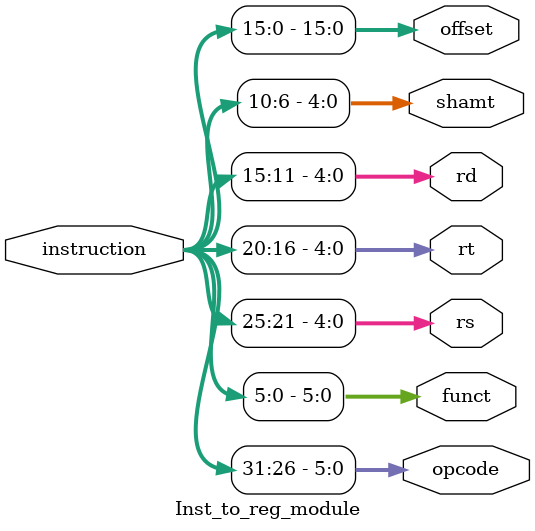
<source format=v>

module Inst_to_reg_module (instruction, opcode, funct, rs, rt, rd, shamt, offset);
	input [31:0] instruction;	// get 32bit instruction
	output [5:0] opcode, funct;
	output [4:0] rs, rt, rd, shamt;
	output [15:0] offset;		

	assign opcode = instruction[31:26]; 
	assign rs = instruction[25:21];  
	assign rt = instruction[20:16];
	assign rd = instruction[15:11];  
	assign shamt = instruction[10:6];
	assign funct = instruction[5:0];
	assign offset = instruction[15:0];   // seperate 32bit instruction to [opcode, funct, rs, rt, rd, shamt, offset]
endmodule

</source>
